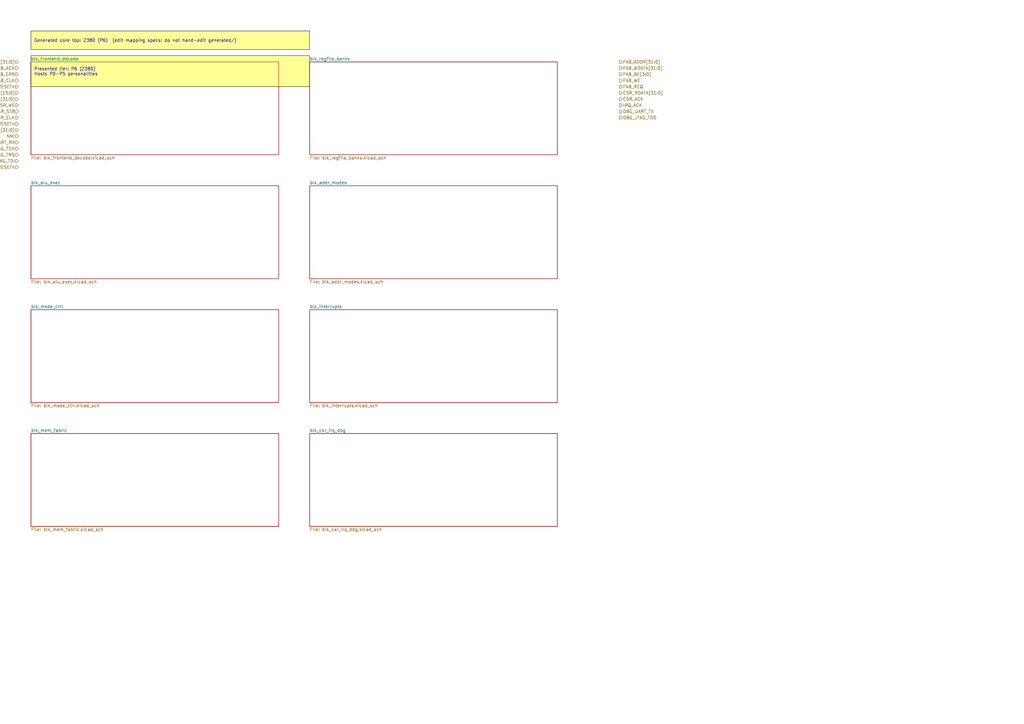
<source format=kicad_sch>
(kicad_sch
	(version 20250114)
	(generator "kicadgen")
	(generator_version "0.2")
	(uuid "ee0026c8-b170-54b9-982b-ef742142980a")
	(paper "A3")
	(title_block
		(title "Z380 (P6) (generated)")
		(company "Project Carbon")
		(comment 1 "Generated - do not edit in generated/")
		(comment 2 "Edit in schem/kicad9/manual/ or refine mapping specs")
	)
	(lib_symbols)
	(text_box
		"Generated core top: Z380 (P6)  (edit mapping specs; do not hand-edit generated/)"
		(exclude_from_sim no)
		(at
			12.7
			12.7
			0
		)
		(size 114.3 7.62)
		(margins
			1.27
			1.27
			1.27
			1.27
		)
		(stroke
			(width 0)
			(type default)
			(color
				0
				0
				0
				1
			)
		)
		(fill
			(type color)
			(color
				255
				255
				150
				1
			)
		)
		(effects
			(font
				(size 1.27 1.27)
			)
			(justify left)
		)
		(uuid "b6f36fd1-8fb7-58cc-8d31-2f9a29072d55")
	)
	(text_box
		"Presented tier: P6 (Z380)\nHosts P0-P5 personalities"
		(exclude_from_sim no)
		(at
			12.7
			22.86
			0
		)
		(size 114.3 12.7)
		(margins
			1.27
			1.27
			1.27
			1.27
		)
		(stroke
			(width 0)
			(type default)
			(color
				0
				0
				0
				1
			)
		)
		(fill
			(type color)
			(color
				255
				255
				150
				1
			)
		)
		(effects
			(font
				(size 1.27 1.27)
			)
			(justify left)
		)
		(uuid "4de4ebc2-1b1a-5ff9-993d-3c7fc5dbea38")
	)
	(sheet
		(at 12.7 25.4)
		(size 101.6 38.1)
		(exclude_from_sim no)
		(in_bom yes)
		(on_board yes)
		(dnp no)
		(stroke
			(width 0)
			(type solid)
		)
		(fill
			(color
				0
				0
				0
				0
			)
		)
		(uuid "43971ce4-82f3-514e-9248-a5bca49a78c7")
		(property
			"Sheetname"
			"blk_frontend_decode"
			(at
				12.7
				24.13
				0
			)
			(effects
				(font
					(size 1.27 1.27)
				)
				(justify left)
			)
		)
		(property
			"Sheetfile"
			"blk_frontend_decode.kicad_sch"
			(at
				12.7
				64.77
				0
			)
			(effects
				(font
					(size 1.27 1.27)
				)
				(justify left)
			)
		)
		(instances
			(project
				"core_Z380"
				(path
					"/ee0026c8-b170-54b9-982b-ef742142980a"
					(page "2")
				)
			)
		)
	)
	(sheet
		(at 127 25.4)
		(size 101.6 38.1)
		(exclude_from_sim no)
		(in_bom yes)
		(on_board yes)
		(dnp no)
		(stroke
			(width 0)
			(type solid)
		)
		(fill
			(color
				0
				0
				0
				0
			)
		)
		(uuid "e1f6609e-2596-5ba9-9f04-79a3edc04362")
		(property
			"Sheetname"
			"blk_regfile_banks"
			(at
				127
				24.13
				0
			)
			(effects
				(font
					(size 1.27 1.27)
				)
				(justify left)
			)
		)
		(property
			"Sheetfile"
			"blk_regfile_banks.kicad_sch"
			(at
				127
				64.77
				0
			)
			(effects
				(font
					(size 1.27 1.27)
				)
				(justify left)
			)
		)
		(instances
			(project
				"core_Z380"
				(path
					"/ee0026c8-b170-54b9-982b-ef742142980a"
					(page "3")
				)
			)
		)
	)
	(sheet
		(at 12.7 76.2)
		(size 101.6 38.1)
		(exclude_from_sim no)
		(in_bom yes)
		(on_board yes)
		(dnp no)
		(stroke
			(width 0)
			(type solid)
		)
		(fill
			(color
				0
				0
				0
				0
			)
		)
		(uuid "2f66e5d7-93b8-5e0c-b9f8-7ce67eda792e")
		(property
			"Sheetname"
			"blk_alu_exec"
			(at
				12.7
				74.93
				0
			)
			(effects
				(font
					(size 1.27 1.27)
				)
				(justify left)
			)
		)
		(property
			"Sheetfile"
			"blk_alu_exec.kicad_sch"
			(at
				12.7
				115.57
				0
			)
			(effects
				(font
					(size 1.27 1.27)
				)
				(justify left)
			)
		)
		(instances
			(project
				"core_Z380"
				(path
					"/ee0026c8-b170-54b9-982b-ef742142980a"
					(page "4")
				)
			)
		)
	)
	(sheet
		(at 127 76.2)
		(size 101.6 38.1)
		(exclude_from_sim no)
		(in_bom yes)
		(on_board yes)
		(dnp no)
		(stroke
			(width 0)
			(type solid)
		)
		(fill
			(color
				0
				0
				0
				0
			)
		)
		(uuid "1e2858f0-8180-5295-8246-298d3574e51b")
		(property
			"Sheetname"
			"blk_addr_modes"
			(at
				127
				74.93
				0
			)
			(effects
				(font
					(size 1.27 1.27)
				)
				(justify left)
			)
		)
		(property
			"Sheetfile"
			"blk_addr_modes.kicad_sch"
			(at
				127
				115.57
				0
			)
			(effects
				(font
					(size 1.27 1.27)
				)
				(justify left)
			)
		)
		(instances
			(project
				"core_Z380"
				(path
					"/ee0026c8-b170-54b9-982b-ef742142980a"
					(page "5")
				)
			)
		)
	)
	(sheet
		(at 12.7 127)
		(size 101.6 38.1)
		(exclude_from_sim no)
		(in_bom yes)
		(on_board yes)
		(dnp no)
		(stroke
			(width 0)
			(type solid)
		)
		(fill
			(color
				0
				0
				0
				0
			)
		)
		(uuid "85f1d94a-6c1c-50bf-adc1-5f902f9cd2e8")
		(property
			"Sheetname"
			"blk_mode_ctrl"
			(at
				12.7
				125.73
				0
			)
			(effects
				(font
					(size 1.27 1.27)
				)
				(justify left)
			)
		)
		(property
			"Sheetfile"
			"blk_mode_ctrl.kicad_sch"
			(at
				12.7
				166.37
				0
			)
			(effects
				(font
					(size 1.27 1.27)
				)
				(justify left)
			)
		)
		(instances
			(project
				"core_Z380"
				(path
					"/ee0026c8-b170-54b9-982b-ef742142980a"
					(page "6")
				)
			)
		)
	)
	(sheet
		(at 127 127)
		(size 101.6 38.1)
		(exclude_from_sim no)
		(in_bom yes)
		(on_board yes)
		(dnp no)
		(stroke
			(width 0)
			(type solid)
		)
		(fill
			(color
				0
				0
				0
				0
			)
		)
		(uuid "c50428f4-1aa2-526d-a46d-9c71ed54d778")
		(property
			"Sheetname"
			"blk_interrupts"
			(at
				127
				125.73
				0
			)
			(effects
				(font
					(size 1.27 1.27)
				)
				(justify left)
			)
		)
		(property
			"Sheetfile"
			"blk_interrupts.kicad_sch"
			(at
				127
				166.37
				0
			)
			(effects
				(font
					(size 1.27 1.27)
				)
				(justify left)
			)
		)
		(instances
			(project
				"core_Z380"
				(path
					"/ee0026c8-b170-54b9-982b-ef742142980a"
					(page "7")
				)
			)
		)
	)
	(sheet
		(at 12.7 177.8)
		(size 101.6 38.1)
		(exclude_from_sim no)
		(in_bom yes)
		(on_board yes)
		(dnp no)
		(stroke
			(width 0)
			(type solid)
		)
		(fill
			(color
				0
				0
				0
				0
			)
		)
		(uuid "6dd59070-e56b-5c36-b08d-e8fa721b86ba")
		(property
			"Sheetname"
			"blk_mem_fabric"
			(at
				12.7
				176.53
				0
			)
			(effects
				(font
					(size 1.27 1.27)
				)
				(justify left)
			)
		)
		(property
			"Sheetfile"
			"blk_mem_fabric.kicad_sch"
			(at
				12.7
				217.17
				0
			)
			(effects
				(font
					(size 1.27 1.27)
				)
				(justify left)
			)
		)
		(instances
			(project
				"core_Z380"
				(path
					"/ee0026c8-b170-54b9-982b-ef742142980a"
					(page "8")
				)
			)
		)
	)
	(sheet
		(at 127 177.8)
		(size 101.6 38.1)
		(exclude_from_sim no)
		(in_bom yes)
		(on_board yes)
		(dnp no)
		(stroke
			(width 0)
			(type solid)
		)
		(fill
			(color
				0
				0
				0
				0
			)
		)
		(uuid "a163185e-ec0a-5861-baa5-cb308498e10f")
		(property
			"Sheetname"
			"blk_csr_irq_dbg"
			(at
				127
				176.53
				0
			)
			(effects
				(font
					(size 1.27 1.27)
				)
				(justify left)
			)
		)
		(property
			"Sheetfile"
			"blk_csr_irq_dbg.kicad_sch"
			(at
				127
				217.17
				0
			)
			(effects
				(font
					(size 1.27 1.27)
				)
				(justify left)
			)
		)
		(instances
			(project
				"core_Z380"
				(path
					"/ee0026c8-b170-54b9-982b-ef742142980a"
					(page "9")
				)
			)
		)
	)
	(hierarchical_label
		"FAB_ADDR[31:0]"
		(shape output)
		(at
			254
			25.4
			0
		)
		(effects
			(font
				(size 1.27 1.27)
			)
			(justify left)
		)
		(uuid "44500fff-dec8-574a-aef5-a57abd26d39d")
	)
	(hierarchical_label
		"FAB_WDATA[31:0]"
		(shape output)
		(at
			254
			27.94
			0
		)
		(effects
			(font
				(size 1.27 1.27)
			)
			(justify left)
		)
		(uuid "375d4416-3d02-5e2c-a1a3-8b2c0c07fa62")
	)
	(hierarchical_label
		"FAB_RDATA[31:0]"
		(shape input)
		(at
			7.62
			25.4
			180
		)
		(effects
			(font
				(size 1.27 1.27)
			)
			(justify right)
		)
		(uuid "380e0322-e017-572b-9651-4a0bdaa144c8")
	)
	(hierarchical_label
		"FAB_BE[3:0]"
		(shape output)
		(at
			254
			30.48
			0
		)
		(effects
			(font
				(size 1.27 1.27)
			)
			(justify left)
		)
		(uuid "f1144db4-39ca-5df3-8c2c-142cab6d8bd5")
	)
	(hierarchical_label
		"FAB_WE"
		(shape output)
		(at
			254
			33.02
			0
		)
		(effects
			(font
				(size 1.27 1.27)
			)
			(justify left)
		)
		(uuid "ee018771-16ee-5e9f-887a-76cf7d8026e3")
	)
	(hierarchical_label
		"FAB_REQ"
		(shape output)
		(at
			254
			35.56
			0
		)
		(effects
			(font
				(size 1.27 1.27)
			)
			(justify left)
		)
		(uuid "326a671a-425b-522e-99ff-c83a85ac2508")
	)
	(hierarchical_label
		"FAB_ACK"
		(shape input)
		(at
			7.62
			27.94
			180
		)
		(effects
			(font
				(size 1.27 1.27)
			)
			(justify right)
		)
		(uuid "5bac3b87-2677-56a8-a2be-a3d4a4722d85")
	)
	(hierarchical_label
		"FAB_ERR"
		(shape input)
		(at
			7.62
			30.48
			180
		)
		(effects
			(font
				(size 1.27 1.27)
			)
			(justify right)
		)
		(uuid "4c388fc7-e867-571f-aea2-3566aa26189d")
	)
	(hierarchical_label
		"FAB_CLK"
		(shape input)
		(at
			7.62
			33.02
			180
		)
		(effects
			(font
				(size 1.27 1.27)
			)
			(justify right)
		)
		(uuid "27b21c9b-8e78-5dc6-9890-c1712794c2d3")
	)
	(hierarchical_label
		"FAB_RESETn"
		(shape input)
		(at
			7.62
			35.56
			180
		)
		(effects
			(font
				(size 1.27 1.27)
			)
			(justify right)
		)
		(uuid "7e441a7b-3b95-59b0-840f-d876cf122cb4")
	)
	(hierarchical_label
		"CSR_ADDR[15:0]"
		(shape input)
		(at
			7.62
			38.1
			180
		)
		(effects
			(font
				(size 1.27 1.27)
			)
			(justify right)
		)
		(uuid "03f1c6eb-3f67-5747-a560-6beda5f9d8e1")
	)
	(hierarchical_label
		"CSR_WDATA[31:0]"
		(shape input)
		(at
			7.62
			40.64
			180
		)
		(effects
			(font
				(size 1.27 1.27)
			)
			(justify right)
		)
		(uuid "5554b869-6e78-5d84-b4f5-8efa79b9ebf8")
	)
	(hierarchical_label
		"CSR_RDATA[31:0]"
		(shape output)
		(at
			254
			38.1
			0
		)
		(effects
			(font
				(size 1.27 1.27)
			)
			(justify left)
		)
		(uuid "fdcaecdc-718a-52b6-bd82-c7c171c5d0fc")
	)
	(hierarchical_label
		"CSR_WE"
		(shape input)
		(at
			7.62
			43.18
			180
		)
		(effects
			(font
				(size 1.27 1.27)
			)
			(justify right)
		)
		(uuid "9e0d3013-74c0-546c-b582-0377637a84e3")
	)
	(hierarchical_label
		"CSR_STB"
		(shape input)
		(at
			7.62
			45.72
			180
		)
		(effects
			(font
				(size 1.27 1.27)
			)
			(justify right)
		)
		(uuid "8a82e78e-18c0-599f-8a7b-6d9b57d6eb12")
	)
	(hierarchical_label
		"CSR_ACK"
		(shape output)
		(at
			254
			40.64
			0
		)
		(effects
			(font
				(size 1.27 1.27)
			)
			(justify left)
		)
		(uuid "48e19beb-77b7-52f4-b166-812b2734d884")
	)
	(hierarchical_label
		"CSR_CLK"
		(shape input)
		(at
			7.62
			48.26
			180
		)
		(effects
			(font
				(size 1.27 1.27)
			)
			(justify right)
		)
		(uuid "03e71316-5498-51e6-a59d-45e1f8089b25")
	)
	(hierarchical_label
		"CSR_RESETn"
		(shape input)
		(at
			7.62
			50.8
			180
		)
		(effects
			(font
				(size 1.27 1.27)
			)
			(justify right)
		)
		(uuid "7265f901-1c43-5518-a359-0ec632a62fae")
	)
	(hierarchical_label
		"IRQ[31:0]"
		(shape input)
		(at
			7.62
			53.34
			180
		)
		(effects
			(font
				(size 1.27 1.27)
			)
			(justify right)
		)
		(uuid "bb4a6d4c-4451-5a49-9c0a-a9738cdc050f")
	)
	(hierarchical_label
		"NMI"
		(shape input)
		(at
			7.62
			55.88
			180
		)
		(effects
			(font
				(size 1.27 1.27)
			)
			(justify right)
		)
		(uuid "c974dd6b-dc8b-58b8-aefa-987da1b8313d")
	)
	(hierarchical_label
		"IRQ_ACK"
		(shape output)
		(at
			254
			43.18
			0
		)
		(effects
			(font
				(size 1.27 1.27)
			)
			(justify left)
		)
		(uuid "39686e15-28b8-5480-8fb4-5737e3bbe8b3")
	)
	(hierarchical_label
		"DBG_UART_TX"
		(shape output)
		(at
			254
			45.72
			0
		)
		(effects
			(font
				(size 1.27 1.27)
			)
			(justify left)
		)
		(uuid "da3fb50d-5f71-575c-a741-aa9d4ab7e02b")
	)
	(hierarchical_label
		"DBG_UART_RX"
		(shape input)
		(at
			7.62
			58.42
			180
		)
		(effects
			(font
				(size 1.27 1.27)
			)
			(justify right)
		)
		(uuid "5d4bd86c-63f8-56b0-955f-c07cb5b94491")
	)
	(hierarchical_label
		"DBG_JTAG_TCK"
		(shape input)
		(at
			7.62
			60.96
			180
		)
		(effects
			(font
				(size 1.27 1.27)
			)
			(justify right)
		)
		(uuid "66bb8abd-9e91-5e46-813d-aa0b7f91f7e1")
	)
	(hierarchical_label
		"DBG_JTAG_TMS"
		(shape input)
		(at
			7.62
			63.5
			180
		)
		(effects
			(font
				(size 1.27 1.27)
			)
			(justify right)
		)
		(uuid "298555dd-1ff2-5236-9dbd-90bdd748b4f2")
	)
	(hierarchical_label
		"DBG_JTAG_TDI"
		(shape input)
		(at
			7.62
			66.04
			180
		)
		(effects
			(font
				(size 1.27 1.27)
			)
			(justify right)
		)
		(uuid "c4087b09-4931-5d40-a231-9a6b27bcbf89")
	)
	(hierarchical_label
		"DBG_JTAG_TDO"
		(shape output)
		(at
			254
			48.26
			0
		)
		(effects
			(font
				(size 1.27 1.27)
			)
			(justify left)
		)
		(uuid "8091a3f9-360b-5d94-8a71-8b73b652a201")
	)
	(hierarchical_label
		"DBG_RESETn"
		(shape input)
		(at
			7.62
			68.58
			180
		)
		(effects
			(font
				(size 1.27 1.27)
			)
			(justify right)
		)
		(uuid "7baabfdb-da7b-5d82-8212-5ceeda328d83")
	)
	(sheet_instances
		(path
			"/"
			(page "1")
		)
	)
	(embedded_fonts no)
)

</source>
